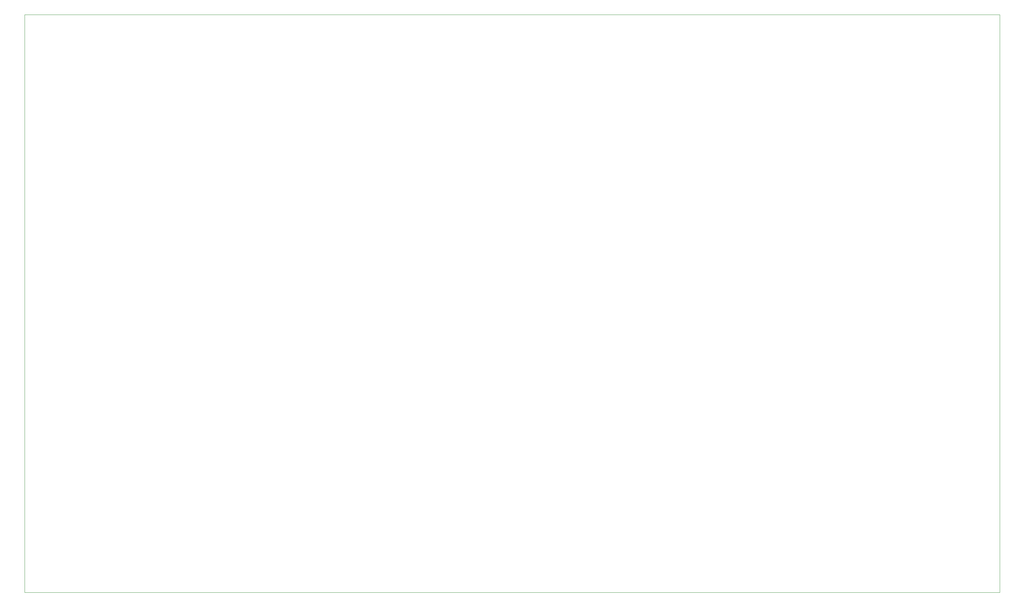
<source format=gbr>
%TF.GenerationSoftware,KiCad,Pcbnew,9.0.0*%
%TF.CreationDate,2025-04-09T11:56:37+05:30*%
%TF.ProjectId,IoT enabled health monitor,496f5420-656e-4616-926c-656420686561,rev?*%
%TF.SameCoordinates,Original*%
%TF.FileFunction,Profile,NP*%
%FSLAX46Y46*%
G04 Gerber Fmt 4.6, Leading zero omitted, Abs format (unit mm)*
G04 Created by KiCad (PCBNEW 9.0.0) date 2025-04-09 11:56:37*
%MOMM*%
%LPD*%
G01*
G04 APERTURE LIST*
%TA.AperFunction,Profile*%
%ADD10C,0.050000*%
%TD*%
G04 APERTURE END LIST*
D10*
X24250000Y-18000000D02*
X272500000Y-18000000D01*
X272500000Y-165250000D01*
X24250000Y-165250000D01*
X24250000Y-18000000D01*
M02*

</source>
